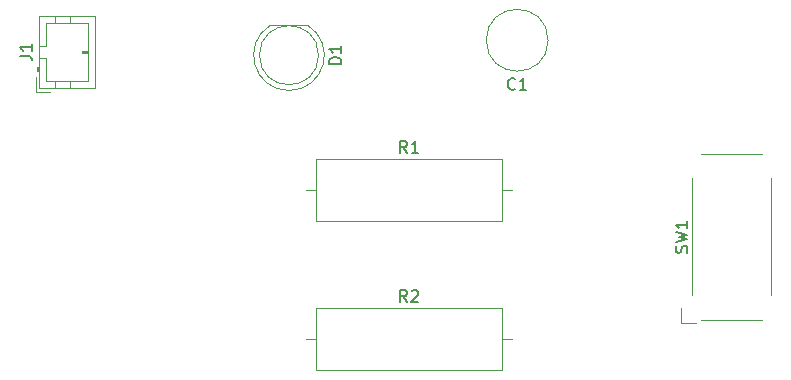
<source format=gbr>
%TF.GenerationSoftware,KiCad,Pcbnew,(6.0.10)*%
%TF.CreationDate,2023-02-16T14:20:32-08:00*%
%TF.ProjectId,lab4e1,6c616234-6531-42e6-9b69-6361645f7063,rev?*%
%TF.SameCoordinates,Original*%
%TF.FileFunction,Legend,Top*%
%TF.FilePolarity,Positive*%
%FSLAX46Y46*%
G04 Gerber Fmt 4.6, Leading zero omitted, Abs format (unit mm)*
G04 Created by KiCad (PCBNEW (6.0.10)) date 2023-02-16 14:20:32*
%MOMM*%
%LPD*%
G01*
G04 APERTURE LIST*
%ADD10C,0.150000*%
%ADD11C,0.120000*%
G04 APERTURE END LIST*
D10*
%TO.C,J1*%
X111822380Y-87683333D02*
X112536666Y-87683333D01*
X112679523Y-87730952D01*
X112774761Y-87826190D01*
X112822380Y-87969047D01*
X112822380Y-88064285D01*
X112822380Y-86683333D02*
X112822380Y-87254761D01*
X112822380Y-86969047D02*
X111822380Y-86969047D01*
X111965238Y-87064285D01*
X112060476Y-87159523D01*
X112108095Y-87254761D01*
%TO.C,C1*%
X153773333Y-90467142D02*
X153725714Y-90514761D01*
X153582857Y-90562380D01*
X153487619Y-90562380D01*
X153344761Y-90514761D01*
X153249523Y-90419523D01*
X153201904Y-90324285D01*
X153154285Y-90133809D01*
X153154285Y-89990952D01*
X153201904Y-89800476D01*
X153249523Y-89705238D01*
X153344761Y-89610000D01*
X153487619Y-89562380D01*
X153582857Y-89562380D01*
X153725714Y-89610000D01*
X153773333Y-89657619D01*
X154725714Y-90562380D02*
X154154285Y-90562380D01*
X154440000Y-90562380D02*
X154440000Y-89562380D01*
X154344761Y-89705238D01*
X154249523Y-89800476D01*
X154154285Y-89848095D01*
%TO.C,D1*%
X139032380Y-88368095D02*
X138032380Y-88368095D01*
X138032380Y-88130000D01*
X138080000Y-87987142D01*
X138175238Y-87891904D01*
X138270476Y-87844285D01*
X138460952Y-87796666D01*
X138603809Y-87796666D01*
X138794285Y-87844285D01*
X138889523Y-87891904D01*
X138984761Y-87987142D01*
X139032380Y-88130000D01*
X139032380Y-88368095D01*
X139032380Y-86844285D02*
X139032380Y-87415714D01*
X139032380Y-87130000D02*
X138032380Y-87130000D01*
X138175238Y-87225238D01*
X138270476Y-87320476D01*
X138318095Y-87415714D01*
%TO.C,SW1*%
X168299761Y-104345833D02*
X168347380Y-104202976D01*
X168347380Y-103964880D01*
X168299761Y-103869642D01*
X168252142Y-103822023D01*
X168156904Y-103774404D01*
X168061666Y-103774404D01*
X167966428Y-103822023D01*
X167918809Y-103869642D01*
X167871190Y-103964880D01*
X167823571Y-104155357D01*
X167775952Y-104250595D01*
X167728333Y-104298214D01*
X167633095Y-104345833D01*
X167537857Y-104345833D01*
X167442619Y-104298214D01*
X167395000Y-104250595D01*
X167347380Y-104155357D01*
X167347380Y-103917261D01*
X167395000Y-103774404D01*
X167347380Y-103441071D02*
X168347380Y-103202976D01*
X167633095Y-103012500D01*
X168347380Y-102822023D01*
X167347380Y-102583928D01*
X168347380Y-101679166D02*
X168347380Y-102250595D01*
X168347380Y-101964880D02*
X167347380Y-101964880D01*
X167490238Y-102060119D01*
X167585476Y-102155357D01*
X167633095Y-102250595D01*
%TO.C,R2*%
X144613333Y-108512380D02*
X144280000Y-108036190D01*
X144041904Y-108512380D02*
X144041904Y-107512380D01*
X144422857Y-107512380D01*
X144518095Y-107560000D01*
X144565714Y-107607619D01*
X144613333Y-107702857D01*
X144613333Y-107845714D01*
X144565714Y-107940952D01*
X144518095Y-107988571D01*
X144422857Y-108036190D01*
X144041904Y-108036190D01*
X144994285Y-107607619D02*
X145041904Y-107560000D01*
X145137142Y-107512380D01*
X145375238Y-107512380D01*
X145470476Y-107560000D01*
X145518095Y-107607619D01*
X145565714Y-107702857D01*
X145565714Y-107798095D01*
X145518095Y-107940952D01*
X144946666Y-108512380D01*
X145565714Y-108512380D01*
%TO.C,R1*%
X144613333Y-95892380D02*
X144280000Y-95416190D01*
X144041904Y-95892380D02*
X144041904Y-94892380D01*
X144422857Y-94892380D01*
X144518095Y-94940000D01*
X144565714Y-94987619D01*
X144613333Y-95082857D01*
X144613333Y-95225714D01*
X144565714Y-95320952D01*
X144518095Y-95368571D01*
X144422857Y-95416190D01*
X144041904Y-95416190D01*
X145565714Y-95892380D02*
X144994285Y-95892380D01*
X145280000Y-95892380D02*
X145280000Y-94892380D01*
X145184761Y-95035238D01*
X145089523Y-95130476D01*
X144994285Y-95178095D01*
D11*
%TO.C,J1*%
X114770000Y-90410000D02*
X114770000Y-89800000D01*
X117070000Y-87250000D02*
X117570000Y-87250000D01*
X118180000Y-84290000D02*
X113460000Y-84290000D01*
X118180000Y-90410000D02*
X118180000Y-84290000D01*
X113460000Y-87850000D02*
X114070000Y-87850000D01*
X114070000Y-89800000D02*
X117570000Y-89800000D01*
X113160000Y-90710000D02*
X114410000Y-90710000D01*
X113460000Y-84290000D02*
X113460000Y-90410000D01*
X116070000Y-84290000D02*
X116070000Y-84900000D01*
X117570000Y-87450000D02*
X117070000Y-87450000D01*
X114070000Y-84900000D02*
X114070000Y-86850000D01*
X117070000Y-87450000D02*
X117070000Y-87250000D01*
X117570000Y-84900000D02*
X114070000Y-84900000D01*
X113160000Y-89460000D02*
X113160000Y-90710000D01*
X113460000Y-88650000D02*
X113260000Y-88650000D01*
X116070000Y-90410000D02*
X116070000Y-89800000D01*
X113260000Y-88950000D02*
X113460000Y-88950000D01*
X113260000Y-88650000D02*
X113260000Y-88950000D01*
X114770000Y-84290000D02*
X114770000Y-84900000D01*
X113360000Y-88650000D02*
X113360000Y-88950000D01*
X114070000Y-86850000D02*
X113460000Y-86850000D01*
X117570000Y-87350000D02*
X117070000Y-87350000D01*
X113460000Y-90410000D02*
X118180000Y-90410000D01*
X114070000Y-87850000D02*
X114070000Y-89800000D01*
X117570000Y-89800000D02*
X117570000Y-84900000D01*
%TO.C,C1*%
X156560000Y-86360000D02*
G75*
G03*
X156560000Y-86360000I-2620000J0D01*
G01*
%TO.C,D1*%
X136165000Y-85070000D02*
X133075000Y-85070000D01*
X134619538Y-90620000D02*
G75*
G03*
X136164830Y-85070000I462J2990000D01*
G01*
X133075170Y-85070000D02*
G75*
G03*
X134620462Y-90620000I1544830J-2560000D01*
G01*
X137120000Y-87630000D02*
G75*
G03*
X137120000Y-87630000I-2500000J0D01*
G01*
%TO.C,SW1*%
X174695000Y-110012500D02*
X169495000Y-110012500D01*
X167795000Y-110312500D02*
X167795000Y-109012500D01*
X175445000Y-98062500D02*
X175445000Y-107962500D01*
X169495000Y-96012500D02*
X174695000Y-96012500D01*
X168745000Y-107962500D02*
X168745000Y-98062500D01*
X169095000Y-110312500D02*
X167795000Y-110312500D01*
%TO.C,R2*%
X152650000Y-109060000D02*
X136910000Y-109060000D01*
X136060000Y-111680000D02*
X136910000Y-111680000D01*
X153500000Y-111680000D02*
X152650000Y-111680000D01*
X136910000Y-109060000D02*
X136910000Y-114300000D01*
X136910000Y-114300000D02*
X152650000Y-114300000D01*
X152650000Y-114300000D02*
X152650000Y-109060000D01*
%TO.C,R1*%
X152650000Y-101680000D02*
X152650000Y-96440000D01*
X136060000Y-99060000D02*
X136910000Y-99060000D01*
X136910000Y-101680000D02*
X152650000Y-101680000D01*
X152650000Y-96440000D02*
X136910000Y-96440000D01*
X153500000Y-99060000D02*
X152650000Y-99060000D01*
X136910000Y-96440000D02*
X136910000Y-101680000D01*
%TD*%
M02*

</source>
